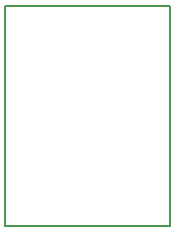
<source format=gko>
G04 DipTrace 2.4.0.2*
%IN4P-RGB-Strip.gko*%
%MOIN*%
%ADD11C,0.0055*%
%FSLAX44Y44*%
G04*
G70*
G90*
G75*
G01*
%LNBoardOutline*%
%LPD*%
X3937Y11257D2*
D11*
X9437D1*
Y3937D1*
X3937D1*
Y11257D1*
M02*

</source>
